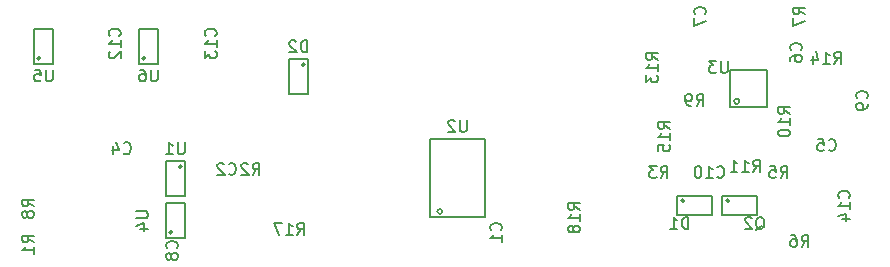
<source format=gbo>
G04 #@! TF.FileFunction,Legend,Bot*
%FSLAX46Y46*%
G04 Gerber Fmt 4.6, Leading zero omitted, Abs format (unit mm)*
G04 Created by KiCad (PCBNEW (after 2015-mar-04 BZR unknown)-product) date Wed 25 Mar 2015 12:28:00 AM CDT*
%MOMM*%
G01*
G04 APERTURE LIST*
%ADD10C,0.150000*%
G04 APERTURE END LIST*
D10*
X170937421Y-163306000D02*
G75*
G03X170937421Y-163306000I-141421J0D01*
G01*
X170396000Y-160806000D02*
X171996000Y-160806000D01*
X171996000Y-160806000D02*
X171996000Y-163806000D01*
X171996000Y-163806000D02*
X170396000Y-163806000D01*
X170396000Y-163806000D02*
X170396000Y-160806000D01*
X162047421Y-163306000D02*
G75*
G03X162047421Y-163306000I-141421J0D01*
G01*
X161506000Y-160806000D02*
X163106000Y-160806000D01*
X163106000Y-160806000D02*
X163106000Y-163806000D01*
X163106000Y-163806000D02*
X161506000Y-163806000D01*
X161506000Y-163806000D02*
X161506000Y-160806000D01*
X173223421Y-178038000D02*
G75*
G03X173223421Y-178038000I-141421J0D01*
G01*
X172682000Y-175538000D02*
X174282000Y-175538000D01*
X174282000Y-175538000D02*
X174282000Y-178538000D01*
X174282000Y-178538000D02*
X172682000Y-178538000D01*
X172682000Y-178538000D02*
X172682000Y-175538000D01*
X221219607Y-166962000D02*
G75*
G03X221219607Y-166962000I-223607J0D01*
G01*
X223596000Y-167462000D02*
X223596000Y-164262000D01*
X223596000Y-164262000D02*
X220396000Y-164262000D01*
X220396000Y-164262000D02*
X220396000Y-167462000D01*
X220396000Y-167462000D02*
X223596000Y-167462000D01*
X196058000Y-176282000D02*
G75*
G03X196058000Y-176282000I-200000J0D01*
G01*
X199658000Y-176782000D02*
X199658000Y-170182000D01*
X199658000Y-170182000D02*
X195058000Y-170182000D01*
X195058000Y-170182000D02*
X195058000Y-176782000D01*
X195058000Y-176782000D02*
X199658000Y-176782000D01*
X174023421Y-172482000D02*
G75*
G03X174023421Y-172482000I-141421J0D01*
G01*
X174282000Y-174982000D02*
X172682000Y-174982000D01*
X172682000Y-174982000D02*
X172682000Y-171982000D01*
X172682000Y-171982000D02*
X174282000Y-171982000D01*
X174282000Y-171982000D02*
X174282000Y-174982000D01*
X220375421Y-175368000D02*
G75*
G03X220375421Y-175368000I-141421J0D01*
G01*
X222734000Y-174968000D02*
X222734000Y-176568000D01*
X222734000Y-176568000D02*
X219734000Y-176568000D01*
X219734000Y-176568000D02*
X219734000Y-174968000D01*
X219734000Y-174968000D02*
X222734000Y-174968000D01*
X184437421Y-163846000D02*
G75*
G03X184437421Y-163846000I-141421J0D01*
G01*
X184696000Y-166346000D02*
X183096000Y-166346000D01*
X183096000Y-166346000D02*
X183096000Y-163346000D01*
X183096000Y-163346000D02*
X184696000Y-163346000D01*
X184696000Y-163346000D02*
X184696000Y-166346000D01*
X216565421Y-175368000D02*
G75*
G03X216565421Y-175368000I-141421J0D01*
G01*
X218924000Y-174968000D02*
X218924000Y-176568000D01*
X218924000Y-176568000D02*
X215924000Y-176568000D01*
X215924000Y-176568000D02*
X215924000Y-174968000D01*
X215924000Y-174968000D02*
X218924000Y-174968000D01*
X230481143Y-175125143D02*
X230528762Y-175077524D01*
X230576381Y-174934667D01*
X230576381Y-174839429D01*
X230528762Y-174696571D01*
X230433524Y-174601333D01*
X230338286Y-174553714D01*
X230147810Y-174506095D01*
X230004952Y-174506095D01*
X229814476Y-174553714D01*
X229719238Y-174601333D01*
X229624000Y-174696571D01*
X229576381Y-174839429D01*
X229576381Y-174934667D01*
X229624000Y-175077524D01*
X229671619Y-175125143D01*
X230576381Y-176077524D02*
X230576381Y-175506095D01*
X230576381Y-175791809D02*
X229576381Y-175791809D01*
X229719238Y-175696571D01*
X229814476Y-175601333D01*
X229862095Y-175506095D01*
X229909714Y-176934667D02*
X230576381Y-176934667D01*
X229528762Y-176696571D02*
X230243048Y-176458476D01*
X230243048Y-177077524D01*
X171957905Y-164258381D02*
X171957905Y-165067905D01*
X171910286Y-165163143D01*
X171862667Y-165210762D01*
X171767429Y-165258381D01*
X171576952Y-165258381D01*
X171481714Y-165210762D01*
X171434095Y-165163143D01*
X171386476Y-165067905D01*
X171386476Y-164258381D01*
X170481714Y-164258381D02*
X170672191Y-164258381D01*
X170767429Y-164306000D01*
X170815048Y-164353619D01*
X170910286Y-164496476D01*
X170957905Y-164686952D01*
X170957905Y-165067905D01*
X170910286Y-165163143D01*
X170862667Y-165210762D01*
X170767429Y-165258381D01*
X170576952Y-165258381D01*
X170481714Y-165210762D01*
X170434095Y-165163143D01*
X170386476Y-165067905D01*
X170386476Y-164829810D01*
X170434095Y-164734571D01*
X170481714Y-164686952D01*
X170576952Y-164639333D01*
X170767429Y-164639333D01*
X170862667Y-164686952D01*
X170910286Y-164734571D01*
X170957905Y-164829810D01*
X163067905Y-164258381D02*
X163067905Y-165067905D01*
X163020286Y-165163143D01*
X162972667Y-165210762D01*
X162877429Y-165258381D01*
X162686952Y-165258381D01*
X162591714Y-165210762D01*
X162544095Y-165163143D01*
X162496476Y-165067905D01*
X162496476Y-164258381D01*
X161544095Y-164258381D02*
X162020286Y-164258381D01*
X162067905Y-164734571D01*
X162020286Y-164686952D01*
X161925048Y-164639333D01*
X161686952Y-164639333D01*
X161591714Y-164686952D01*
X161544095Y-164734571D01*
X161496476Y-164829810D01*
X161496476Y-165067905D01*
X161544095Y-165163143D01*
X161591714Y-165210762D01*
X161686952Y-165258381D01*
X161925048Y-165258381D01*
X162020286Y-165210762D01*
X162067905Y-165163143D01*
X170140381Y-176276095D02*
X170949905Y-176276095D01*
X171045143Y-176323714D01*
X171092762Y-176371333D01*
X171140381Y-176466571D01*
X171140381Y-176657048D01*
X171092762Y-176752286D01*
X171045143Y-176799905D01*
X170949905Y-176847524D01*
X170140381Y-176847524D01*
X170473714Y-177752286D02*
X171140381Y-177752286D01*
X170092762Y-177514190D02*
X170807048Y-177276095D01*
X170807048Y-177895143D01*
X220217905Y-163536381D02*
X220217905Y-164345905D01*
X220170286Y-164441143D01*
X220122667Y-164488762D01*
X220027429Y-164536381D01*
X219836952Y-164536381D01*
X219741714Y-164488762D01*
X219694095Y-164441143D01*
X219646476Y-164345905D01*
X219646476Y-163536381D01*
X219265524Y-163536381D02*
X218646476Y-163536381D01*
X218979810Y-163917333D01*
X218836952Y-163917333D01*
X218741714Y-163964952D01*
X218694095Y-164012571D01*
X218646476Y-164107810D01*
X218646476Y-164345905D01*
X218694095Y-164441143D01*
X218741714Y-164488762D01*
X218836952Y-164536381D01*
X219122667Y-164536381D01*
X219217905Y-164488762D01*
X219265524Y-164441143D01*
X198119905Y-168534381D02*
X198119905Y-169343905D01*
X198072286Y-169439143D01*
X198024667Y-169486762D01*
X197929429Y-169534381D01*
X197738952Y-169534381D01*
X197643714Y-169486762D01*
X197596095Y-169439143D01*
X197548476Y-169343905D01*
X197548476Y-168534381D01*
X197119905Y-168629619D02*
X197072286Y-168582000D01*
X196977048Y-168534381D01*
X196738952Y-168534381D01*
X196643714Y-168582000D01*
X196596095Y-168629619D01*
X196548476Y-168724857D01*
X196548476Y-168820095D01*
X196596095Y-168962952D01*
X197167524Y-169534381D01*
X196548476Y-169534381D01*
X174243905Y-170434381D02*
X174243905Y-171243905D01*
X174196286Y-171339143D01*
X174148667Y-171386762D01*
X174053429Y-171434381D01*
X173862952Y-171434381D01*
X173767714Y-171386762D01*
X173720095Y-171339143D01*
X173672476Y-171243905D01*
X173672476Y-170434381D01*
X172672476Y-171434381D02*
X173243905Y-171434381D01*
X172958191Y-171434381D02*
X172958191Y-170434381D01*
X173053429Y-170577238D01*
X173148667Y-170672476D01*
X173243905Y-170720095D01*
X207716381Y-176141143D02*
X207240190Y-175807809D01*
X207716381Y-175569714D02*
X206716381Y-175569714D01*
X206716381Y-175950667D01*
X206764000Y-176045905D01*
X206811619Y-176093524D01*
X206906857Y-176141143D01*
X207049714Y-176141143D01*
X207144952Y-176093524D01*
X207192571Y-176045905D01*
X207240190Y-175950667D01*
X207240190Y-175569714D01*
X207716381Y-177093524D02*
X207716381Y-176522095D01*
X207716381Y-176807809D02*
X206716381Y-176807809D01*
X206859238Y-176712571D01*
X206954476Y-176617333D01*
X207002095Y-176522095D01*
X207144952Y-177664952D02*
X207097333Y-177569714D01*
X207049714Y-177522095D01*
X206954476Y-177474476D01*
X206906857Y-177474476D01*
X206811619Y-177522095D01*
X206764000Y-177569714D01*
X206716381Y-177664952D01*
X206716381Y-177855429D01*
X206764000Y-177950667D01*
X206811619Y-177998286D01*
X206906857Y-178045905D01*
X206954476Y-178045905D01*
X207049714Y-177998286D01*
X207097333Y-177950667D01*
X207144952Y-177855429D01*
X207144952Y-177664952D01*
X207192571Y-177569714D01*
X207240190Y-177522095D01*
X207335429Y-177474476D01*
X207525905Y-177474476D01*
X207621143Y-177522095D01*
X207668762Y-177569714D01*
X207716381Y-177664952D01*
X207716381Y-177855429D01*
X207668762Y-177950667D01*
X207621143Y-177998286D01*
X207525905Y-178045905D01*
X207335429Y-178045905D01*
X207240190Y-177998286D01*
X207192571Y-177950667D01*
X207144952Y-177855429D01*
X183776857Y-178252381D02*
X184110191Y-177776190D01*
X184348286Y-178252381D02*
X184348286Y-177252381D01*
X183967333Y-177252381D01*
X183872095Y-177300000D01*
X183824476Y-177347619D01*
X183776857Y-177442857D01*
X183776857Y-177585714D01*
X183824476Y-177680952D01*
X183872095Y-177728571D01*
X183967333Y-177776190D01*
X184348286Y-177776190D01*
X182824476Y-178252381D02*
X183395905Y-178252381D01*
X183110191Y-178252381D02*
X183110191Y-177252381D01*
X183205429Y-177395238D01*
X183300667Y-177490476D01*
X183395905Y-177538095D01*
X182491143Y-177252381D02*
X181824476Y-177252381D01*
X182253048Y-178252381D01*
X215336381Y-169283143D02*
X214860190Y-168949809D01*
X215336381Y-168711714D02*
X214336381Y-168711714D01*
X214336381Y-169092667D01*
X214384000Y-169187905D01*
X214431619Y-169235524D01*
X214526857Y-169283143D01*
X214669714Y-169283143D01*
X214764952Y-169235524D01*
X214812571Y-169187905D01*
X214860190Y-169092667D01*
X214860190Y-168711714D01*
X215336381Y-170235524D02*
X215336381Y-169664095D01*
X215336381Y-169949809D02*
X214336381Y-169949809D01*
X214479238Y-169854571D01*
X214574476Y-169759333D01*
X214622095Y-169664095D01*
X214336381Y-171140286D02*
X214336381Y-170664095D01*
X214812571Y-170616476D01*
X214764952Y-170664095D01*
X214717333Y-170759333D01*
X214717333Y-170997429D01*
X214764952Y-171092667D01*
X214812571Y-171140286D01*
X214907810Y-171187905D01*
X215145905Y-171187905D01*
X215241143Y-171140286D01*
X215288762Y-171092667D01*
X215336381Y-170997429D01*
X215336381Y-170759333D01*
X215288762Y-170664095D01*
X215241143Y-170616476D01*
X229242857Y-163774381D02*
X229576191Y-163298190D01*
X229814286Y-163774381D02*
X229814286Y-162774381D01*
X229433333Y-162774381D01*
X229338095Y-162822000D01*
X229290476Y-162869619D01*
X229242857Y-162964857D01*
X229242857Y-163107714D01*
X229290476Y-163202952D01*
X229338095Y-163250571D01*
X229433333Y-163298190D01*
X229814286Y-163298190D01*
X228290476Y-163774381D02*
X228861905Y-163774381D01*
X228576191Y-163774381D02*
X228576191Y-162774381D01*
X228671429Y-162917238D01*
X228766667Y-163012476D01*
X228861905Y-163060095D01*
X227433333Y-163107714D02*
X227433333Y-163774381D01*
X227671429Y-162726762D02*
X227909524Y-163441048D01*
X227290476Y-163441048D01*
X214320381Y-163441143D02*
X213844190Y-163107809D01*
X214320381Y-162869714D02*
X213320381Y-162869714D01*
X213320381Y-163250667D01*
X213368000Y-163345905D01*
X213415619Y-163393524D01*
X213510857Y-163441143D01*
X213653714Y-163441143D01*
X213748952Y-163393524D01*
X213796571Y-163345905D01*
X213844190Y-163250667D01*
X213844190Y-162869714D01*
X214320381Y-164393524D02*
X214320381Y-163822095D01*
X214320381Y-164107809D02*
X213320381Y-164107809D01*
X213463238Y-164012571D01*
X213558476Y-163917333D01*
X213606095Y-163822095D01*
X213320381Y-164726857D02*
X213320381Y-165345905D01*
X213701333Y-165012571D01*
X213701333Y-165155429D01*
X213748952Y-165250667D01*
X213796571Y-165298286D01*
X213891810Y-165345905D01*
X214129905Y-165345905D01*
X214225143Y-165298286D01*
X214272762Y-165250667D01*
X214320381Y-165155429D01*
X214320381Y-164869714D01*
X214272762Y-164774476D01*
X214225143Y-164726857D01*
X222384857Y-172918381D02*
X222718191Y-172442190D01*
X222956286Y-172918381D02*
X222956286Y-171918381D01*
X222575333Y-171918381D01*
X222480095Y-171966000D01*
X222432476Y-172013619D01*
X222384857Y-172108857D01*
X222384857Y-172251714D01*
X222432476Y-172346952D01*
X222480095Y-172394571D01*
X222575333Y-172442190D01*
X222956286Y-172442190D01*
X221432476Y-172918381D02*
X222003905Y-172918381D01*
X221718191Y-172918381D02*
X221718191Y-171918381D01*
X221813429Y-172061238D01*
X221908667Y-172156476D01*
X222003905Y-172204095D01*
X220480095Y-172918381D02*
X221051524Y-172918381D01*
X220765810Y-172918381D02*
X220765810Y-171918381D01*
X220861048Y-172061238D01*
X220956286Y-172156476D01*
X221051524Y-172204095D01*
X225496381Y-168013143D02*
X225020190Y-167679809D01*
X225496381Y-167441714D02*
X224496381Y-167441714D01*
X224496381Y-167822667D01*
X224544000Y-167917905D01*
X224591619Y-167965524D01*
X224686857Y-168013143D01*
X224829714Y-168013143D01*
X224924952Y-167965524D01*
X224972571Y-167917905D01*
X225020190Y-167822667D01*
X225020190Y-167441714D01*
X225496381Y-168965524D02*
X225496381Y-168394095D01*
X225496381Y-168679809D02*
X224496381Y-168679809D01*
X224639238Y-168584571D01*
X224734476Y-168489333D01*
X224782095Y-168394095D01*
X224496381Y-169584571D02*
X224496381Y-169679810D01*
X224544000Y-169775048D01*
X224591619Y-169822667D01*
X224686857Y-169870286D01*
X224877333Y-169917905D01*
X225115429Y-169917905D01*
X225305905Y-169870286D01*
X225401143Y-169822667D01*
X225448762Y-169775048D01*
X225496381Y-169679810D01*
X225496381Y-169584571D01*
X225448762Y-169489333D01*
X225401143Y-169441714D01*
X225305905Y-169394095D01*
X225115429Y-169346476D01*
X224877333Y-169346476D01*
X224686857Y-169394095D01*
X224591619Y-169441714D01*
X224544000Y-169489333D01*
X224496381Y-169584571D01*
X217590666Y-167330381D02*
X217924000Y-166854190D01*
X218162095Y-167330381D02*
X218162095Y-166330381D01*
X217781142Y-166330381D01*
X217685904Y-166378000D01*
X217638285Y-166425619D01*
X217590666Y-166520857D01*
X217590666Y-166663714D01*
X217638285Y-166758952D01*
X217685904Y-166806571D01*
X217781142Y-166854190D01*
X218162095Y-166854190D01*
X217114476Y-167330381D02*
X216924000Y-167330381D01*
X216828761Y-167282762D01*
X216781142Y-167235143D01*
X216685904Y-167092286D01*
X216638285Y-166901810D01*
X216638285Y-166520857D01*
X216685904Y-166425619D01*
X216733523Y-166378000D01*
X216828761Y-166330381D01*
X217019238Y-166330381D01*
X217114476Y-166378000D01*
X217162095Y-166425619D01*
X217209714Y-166520857D01*
X217209714Y-166758952D01*
X217162095Y-166854190D01*
X217114476Y-166901810D01*
X217019238Y-166949429D01*
X216828761Y-166949429D01*
X216733523Y-166901810D01*
X216685904Y-166854190D01*
X216638285Y-166758952D01*
X161488381Y-175855334D02*
X161012190Y-175522000D01*
X161488381Y-175283905D02*
X160488381Y-175283905D01*
X160488381Y-175664858D01*
X160536000Y-175760096D01*
X160583619Y-175807715D01*
X160678857Y-175855334D01*
X160821714Y-175855334D01*
X160916952Y-175807715D01*
X160964571Y-175760096D01*
X161012190Y-175664858D01*
X161012190Y-175283905D01*
X160916952Y-176426762D02*
X160869333Y-176331524D01*
X160821714Y-176283905D01*
X160726476Y-176236286D01*
X160678857Y-176236286D01*
X160583619Y-176283905D01*
X160536000Y-176331524D01*
X160488381Y-176426762D01*
X160488381Y-176617239D01*
X160536000Y-176712477D01*
X160583619Y-176760096D01*
X160678857Y-176807715D01*
X160726476Y-176807715D01*
X160821714Y-176760096D01*
X160869333Y-176712477D01*
X160916952Y-176617239D01*
X160916952Y-176426762D01*
X160964571Y-176331524D01*
X161012190Y-176283905D01*
X161107429Y-176236286D01*
X161297905Y-176236286D01*
X161393143Y-176283905D01*
X161440762Y-176331524D01*
X161488381Y-176426762D01*
X161488381Y-176617239D01*
X161440762Y-176712477D01*
X161393143Y-176760096D01*
X161297905Y-176807715D01*
X161107429Y-176807715D01*
X161012190Y-176760096D01*
X160964571Y-176712477D01*
X160916952Y-176617239D01*
X226766381Y-159599334D02*
X226290190Y-159266000D01*
X226766381Y-159027905D02*
X225766381Y-159027905D01*
X225766381Y-159408858D01*
X225814000Y-159504096D01*
X225861619Y-159551715D01*
X225956857Y-159599334D01*
X226099714Y-159599334D01*
X226194952Y-159551715D01*
X226242571Y-159504096D01*
X226290190Y-159408858D01*
X226290190Y-159027905D01*
X225766381Y-159932667D02*
X225766381Y-160599334D01*
X226766381Y-160170762D01*
X226480666Y-179268381D02*
X226814000Y-178792190D01*
X227052095Y-179268381D02*
X227052095Y-178268381D01*
X226671142Y-178268381D01*
X226575904Y-178316000D01*
X226528285Y-178363619D01*
X226480666Y-178458857D01*
X226480666Y-178601714D01*
X226528285Y-178696952D01*
X226575904Y-178744571D01*
X226671142Y-178792190D01*
X227052095Y-178792190D01*
X225623523Y-178268381D02*
X225814000Y-178268381D01*
X225909238Y-178316000D01*
X225956857Y-178363619D01*
X226052095Y-178506476D01*
X226099714Y-178696952D01*
X226099714Y-179077905D01*
X226052095Y-179173143D01*
X226004476Y-179220762D01*
X225909238Y-179268381D01*
X225718761Y-179268381D01*
X225623523Y-179220762D01*
X225575904Y-179173143D01*
X225528285Y-179077905D01*
X225528285Y-178839810D01*
X225575904Y-178744571D01*
X225623523Y-178696952D01*
X225718761Y-178649333D01*
X225909238Y-178649333D01*
X226004476Y-178696952D01*
X226052095Y-178744571D01*
X226099714Y-178839810D01*
X224702666Y-173426381D02*
X225036000Y-172950190D01*
X225274095Y-173426381D02*
X225274095Y-172426381D01*
X224893142Y-172426381D01*
X224797904Y-172474000D01*
X224750285Y-172521619D01*
X224702666Y-172616857D01*
X224702666Y-172759714D01*
X224750285Y-172854952D01*
X224797904Y-172902571D01*
X224893142Y-172950190D01*
X225274095Y-172950190D01*
X223797904Y-172426381D02*
X224274095Y-172426381D01*
X224321714Y-172902571D01*
X224274095Y-172854952D01*
X224178857Y-172807333D01*
X223940761Y-172807333D01*
X223845523Y-172854952D01*
X223797904Y-172902571D01*
X223750285Y-172997810D01*
X223750285Y-173235905D01*
X223797904Y-173331143D01*
X223845523Y-173378762D01*
X223940761Y-173426381D01*
X224178857Y-173426381D01*
X224274095Y-173378762D01*
X224321714Y-173331143D01*
X214542666Y-173426381D02*
X214876000Y-172950190D01*
X215114095Y-173426381D02*
X215114095Y-172426381D01*
X214733142Y-172426381D01*
X214637904Y-172474000D01*
X214590285Y-172521619D01*
X214542666Y-172616857D01*
X214542666Y-172759714D01*
X214590285Y-172854952D01*
X214637904Y-172902571D01*
X214733142Y-172950190D01*
X215114095Y-172950190D01*
X214209333Y-172426381D02*
X213590285Y-172426381D01*
X213923619Y-172807333D01*
X213780761Y-172807333D01*
X213685523Y-172854952D01*
X213637904Y-172902571D01*
X213590285Y-172997810D01*
X213590285Y-173235905D01*
X213637904Y-173331143D01*
X213685523Y-173378762D01*
X213780761Y-173426381D01*
X214066476Y-173426381D01*
X214161714Y-173378762D01*
X214209333Y-173331143D01*
X179998666Y-173172381D02*
X180332000Y-172696190D01*
X180570095Y-173172381D02*
X180570095Y-172172381D01*
X180189142Y-172172381D01*
X180093904Y-172220000D01*
X180046285Y-172267619D01*
X179998666Y-172362857D01*
X179998666Y-172505714D01*
X180046285Y-172600952D01*
X180093904Y-172648571D01*
X180189142Y-172696190D01*
X180570095Y-172696190D01*
X179617714Y-172267619D02*
X179570095Y-172220000D01*
X179474857Y-172172381D01*
X179236761Y-172172381D01*
X179141523Y-172220000D01*
X179093904Y-172267619D01*
X179046285Y-172362857D01*
X179046285Y-172458095D01*
X179093904Y-172600952D01*
X179665333Y-173172381D01*
X179046285Y-173172381D01*
X161488381Y-178903334D02*
X161012190Y-178570000D01*
X161488381Y-178331905D02*
X160488381Y-178331905D01*
X160488381Y-178712858D01*
X160536000Y-178808096D01*
X160583619Y-178855715D01*
X160678857Y-178903334D01*
X160821714Y-178903334D01*
X160916952Y-178855715D01*
X160964571Y-178808096D01*
X161012190Y-178712858D01*
X161012190Y-178331905D01*
X161488381Y-179855715D02*
X161488381Y-179284286D01*
X161488381Y-179570000D02*
X160488381Y-179570000D01*
X160631238Y-179474762D01*
X160726476Y-179379524D01*
X160774095Y-179284286D01*
X222599238Y-177839619D02*
X222694476Y-177792000D01*
X222789714Y-177696762D01*
X222932571Y-177553905D01*
X223027810Y-177506286D01*
X223123048Y-177506286D01*
X223075429Y-177744381D02*
X223170667Y-177696762D01*
X223265905Y-177601524D01*
X223313524Y-177411048D01*
X223313524Y-177077714D01*
X223265905Y-176887238D01*
X223170667Y-176792000D01*
X223075429Y-176744381D01*
X222884952Y-176744381D01*
X222789714Y-176792000D01*
X222694476Y-176887238D01*
X222646857Y-177077714D01*
X222646857Y-177411048D01*
X222694476Y-177601524D01*
X222789714Y-177696762D01*
X222884952Y-177744381D01*
X223075429Y-177744381D01*
X222265905Y-176839619D02*
X222218286Y-176792000D01*
X222123048Y-176744381D01*
X221884952Y-176744381D01*
X221789714Y-176792000D01*
X221742095Y-176839619D01*
X221694476Y-176934857D01*
X221694476Y-177030095D01*
X221742095Y-177172952D01*
X222313524Y-177744381D01*
X221694476Y-177744381D01*
X184634095Y-162798381D02*
X184634095Y-161798381D01*
X184396000Y-161798381D01*
X184253142Y-161846000D01*
X184157904Y-161941238D01*
X184110285Y-162036476D01*
X184062666Y-162226952D01*
X184062666Y-162369810D01*
X184110285Y-162560286D01*
X184157904Y-162655524D01*
X184253142Y-162750762D01*
X184396000Y-162798381D01*
X184634095Y-162798381D01*
X183681714Y-161893619D02*
X183634095Y-161846000D01*
X183538857Y-161798381D01*
X183300761Y-161798381D01*
X183205523Y-161846000D01*
X183157904Y-161893619D01*
X183110285Y-161988857D01*
X183110285Y-162084095D01*
X183157904Y-162226952D01*
X183729333Y-162798381D01*
X183110285Y-162798381D01*
X216892095Y-177744381D02*
X216892095Y-176744381D01*
X216654000Y-176744381D01*
X216511142Y-176792000D01*
X216415904Y-176887238D01*
X216368285Y-176982476D01*
X216320666Y-177172952D01*
X216320666Y-177315810D01*
X216368285Y-177506286D01*
X216415904Y-177601524D01*
X216511142Y-177696762D01*
X216654000Y-177744381D01*
X216892095Y-177744381D01*
X215368285Y-177744381D02*
X215939714Y-177744381D01*
X215654000Y-177744381D02*
X215654000Y-176744381D01*
X215749238Y-176887238D01*
X215844476Y-176982476D01*
X215939714Y-177030095D01*
X176863143Y-161409143D02*
X176910762Y-161361524D01*
X176958381Y-161218667D01*
X176958381Y-161123429D01*
X176910762Y-160980571D01*
X176815524Y-160885333D01*
X176720286Y-160837714D01*
X176529810Y-160790095D01*
X176386952Y-160790095D01*
X176196476Y-160837714D01*
X176101238Y-160885333D01*
X176006000Y-160980571D01*
X175958381Y-161123429D01*
X175958381Y-161218667D01*
X176006000Y-161361524D01*
X176053619Y-161409143D01*
X176958381Y-162361524D02*
X176958381Y-161790095D01*
X176958381Y-162075809D02*
X175958381Y-162075809D01*
X176101238Y-161980571D01*
X176196476Y-161885333D01*
X176244095Y-161790095D01*
X175958381Y-162694857D02*
X175958381Y-163313905D01*
X176339333Y-162980571D01*
X176339333Y-163123429D01*
X176386952Y-163218667D01*
X176434571Y-163266286D01*
X176529810Y-163313905D01*
X176767905Y-163313905D01*
X176863143Y-163266286D01*
X176910762Y-163218667D01*
X176958381Y-163123429D01*
X176958381Y-162837714D01*
X176910762Y-162742476D01*
X176863143Y-162694857D01*
X168735143Y-161409143D02*
X168782762Y-161361524D01*
X168830381Y-161218667D01*
X168830381Y-161123429D01*
X168782762Y-160980571D01*
X168687524Y-160885333D01*
X168592286Y-160837714D01*
X168401810Y-160790095D01*
X168258952Y-160790095D01*
X168068476Y-160837714D01*
X167973238Y-160885333D01*
X167878000Y-160980571D01*
X167830381Y-161123429D01*
X167830381Y-161218667D01*
X167878000Y-161361524D01*
X167925619Y-161409143D01*
X168830381Y-162361524D02*
X168830381Y-161790095D01*
X168830381Y-162075809D02*
X167830381Y-162075809D01*
X167973238Y-161980571D01*
X168068476Y-161885333D01*
X168116095Y-161790095D01*
X167925619Y-162742476D02*
X167878000Y-162790095D01*
X167830381Y-162885333D01*
X167830381Y-163123429D01*
X167878000Y-163218667D01*
X167925619Y-163266286D01*
X168020857Y-163313905D01*
X168116095Y-163313905D01*
X168258952Y-163266286D01*
X168830381Y-162694857D01*
X168830381Y-163313905D01*
X219336857Y-173331143D02*
X219384476Y-173378762D01*
X219527333Y-173426381D01*
X219622571Y-173426381D01*
X219765429Y-173378762D01*
X219860667Y-173283524D01*
X219908286Y-173188286D01*
X219955905Y-172997810D01*
X219955905Y-172854952D01*
X219908286Y-172664476D01*
X219860667Y-172569238D01*
X219765429Y-172474000D01*
X219622571Y-172426381D01*
X219527333Y-172426381D01*
X219384476Y-172474000D01*
X219336857Y-172521619D01*
X218384476Y-173426381D02*
X218955905Y-173426381D01*
X218670191Y-173426381D02*
X218670191Y-172426381D01*
X218765429Y-172569238D01*
X218860667Y-172664476D01*
X218955905Y-172712095D01*
X217765429Y-172426381D02*
X217670190Y-172426381D01*
X217574952Y-172474000D01*
X217527333Y-172521619D01*
X217479714Y-172616857D01*
X217432095Y-172807333D01*
X217432095Y-173045429D01*
X217479714Y-173235905D01*
X217527333Y-173331143D01*
X217574952Y-173378762D01*
X217670190Y-173426381D01*
X217765429Y-173426381D01*
X217860667Y-173378762D01*
X217908286Y-173331143D01*
X217955905Y-173235905D01*
X218003524Y-173045429D01*
X218003524Y-172807333D01*
X217955905Y-172616857D01*
X217908286Y-172521619D01*
X217860667Y-172474000D01*
X217765429Y-172426381D01*
X232005143Y-166711334D02*
X232052762Y-166663715D01*
X232100381Y-166520858D01*
X232100381Y-166425620D01*
X232052762Y-166282762D01*
X231957524Y-166187524D01*
X231862286Y-166139905D01*
X231671810Y-166092286D01*
X231528952Y-166092286D01*
X231338476Y-166139905D01*
X231243238Y-166187524D01*
X231148000Y-166282762D01*
X231100381Y-166425620D01*
X231100381Y-166520858D01*
X231148000Y-166663715D01*
X231195619Y-166711334D01*
X232100381Y-167187524D02*
X232100381Y-167378000D01*
X232052762Y-167473239D01*
X232005143Y-167520858D01*
X231862286Y-167616096D01*
X231671810Y-167663715D01*
X231290857Y-167663715D01*
X231195619Y-167616096D01*
X231148000Y-167568477D01*
X231100381Y-167473239D01*
X231100381Y-167282762D01*
X231148000Y-167187524D01*
X231195619Y-167139905D01*
X231290857Y-167092286D01*
X231528952Y-167092286D01*
X231624190Y-167139905D01*
X231671810Y-167187524D01*
X231719429Y-167282762D01*
X231719429Y-167473239D01*
X231671810Y-167568477D01*
X231624190Y-167616096D01*
X231528952Y-167663715D01*
X173585143Y-179411334D02*
X173632762Y-179363715D01*
X173680381Y-179220858D01*
X173680381Y-179125620D01*
X173632762Y-178982762D01*
X173537524Y-178887524D01*
X173442286Y-178839905D01*
X173251810Y-178792286D01*
X173108952Y-178792286D01*
X172918476Y-178839905D01*
X172823238Y-178887524D01*
X172728000Y-178982762D01*
X172680381Y-179125620D01*
X172680381Y-179220858D01*
X172728000Y-179363715D01*
X172775619Y-179411334D01*
X173108952Y-179982762D02*
X173061333Y-179887524D01*
X173013714Y-179839905D01*
X172918476Y-179792286D01*
X172870857Y-179792286D01*
X172775619Y-179839905D01*
X172728000Y-179887524D01*
X172680381Y-179982762D01*
X172680381Y-180173239D01*
X172728000Y-180268477D01*
X172775619Y-180316096D01*
X172870857Y-180363715D01*
X172918476Y-180363715D01*
X173013714Y-180316096D01*
X173061333Y-180268477D01*
X173108952Y-180173239D01*
X173108952Y-179982762D01*
X173156571Y-179887524D01*
X173204190Y-179839905D01*
X173299429Y-179792286D01*
X173489905Y-179792286D01*
X173585143Y-179839905D01*
X173632762Y-179887524D01*
X173680381Y-179982762D01*
X173680381Y-180173239D01*
X173632762Y-180268477D01*
X173585143Y-180316096D01*
X173489905Y-180363715D01*
X173299429Y-180363715D01*
X173204190Y-180316096D01*
X173156571Y-180268477D01*
X173108952Y-180173239D01*
X218289143Y-159599334D02*
X218336762Y-159551715D01*
X218384381Y-159408858D01*
X218384381Y-159313620D01*
X218336762Y-159170762D01*
X218241524Y-159075524D01*
X218146286Y-159027905D01*
X217955810Y-158980286D01*
X217812952Y-158980286D01*
X217622476Y-159027905D01*
X217527238Y-159075524D01*
X217432000Y-159170762D01*
X217384381Y-159313620D01*
X217384381Y-159408858D01*
X217432000Y-159551715D01*
X217479619Y-159599334D01*
X217384381Y-159932667D02*
X217384381Y-160599334D01*
X218384381Y-160170762D01*
X226417143Y-162647334D02*
X226464762Y-162599715D01*
X226512381Y-162456858D01*
X226512381Y-162361620D01*
X226464762Y-162218762D01*
X226369524Y-162123524D01*
X226274286Y-162075905D01*
X226083810Y-162028286D01*
X225940952Y-162028286D01*
X225750476Y-162075905D01*
X225655238Y-162123524D01*
X225560000Y-162218762D01*
X225512381Y-162361620D01*
X225512381Y-162456858D01*
X225560000Y-162599715D01*
X225607619Y-162647334D01*
X225512381Y-163504477D02*
X225512381Y-163314000D01*
X225560000Y-163218762D01*
X225607619Y-163171143D01*
X225750476Y-163075905D01*
X225940952Y-163028286D01*
X226321905Y-163028286D01*
X226417143Y-163075905D01*
X226464762Y-163123524D01*
X226512381Y-163218762D01*
X226512381Y-163409239D01*
X226464762Y-163504477D01*
X226417143Y-163552096D01*
X226321905Y-163599715D01*
X226083810Y-163599715D01*
X225988571Y-163552096D01*
X225940952Y-163504477D01*
X225893333Y-163409239D01*
X225893333Y-163218762D01*
X225940952Y-163123524D01*
X225988571Y-163075905D01*
X226083810Y-163028286D01*
X228766666Y-171045143D02*
X228814285Y-171092762D01*
X228957142Y-171140381D01*
X229052380Y-171140381D01*
X229195238Y-171092762D01*
X229290476Y-170997524D01*
X229338095Y-170902286D01*
X229385714Y-170711810D01*
X229385714Y-170568952D01*
X229338095Y-170378476D01*
X229290476Y-170283238D01*
X229195238Y-170188000D01*
X229052380Y-170140381D01*
X228957142Y-170140381D01*
X228814285Y-170188000D01*
X228766666Y-170235619D01*
X227861904Y-170140381D02*
X228338095Y-170140381D01*
X228385714Y-170616571D01*
X228338095Y-170568952D01*
X228242857Y-170521333D01*
X228004761Y-170521333D01*
X227909523Y-170568952D01*
X227861904Y-170616571D01*
X227814285Y-170711810D01*
X227814285Y-170949905D01*
X227861904Y-171045143D01*
X227909523Y-171092762D01*
X228004761Y-171140381D01*
X228242857Y-171140381D01*
X228338095Y-171092762D01*
X228385714Y-171045143D01*
X169076666Y-171323143D02*
X169124285Y-171370762D01*
X169267142Y-171418381D01*
X169362380Y-171418381D01*
X169505238Y-171370762D01*
X169600476Y-171275524D01*
X169648095Y-171180286D01*
X169695714Y-170989810D01*
X169695714Y-170846952D01*
X169648095Y-170656476D01*
X169600476Y-170561238D01*
X169505238Y-170466000D01*
X169362380Y-170418381D01*
X169267142Y-170418381D01*
X169124285Y-170466000D01*
X169076666Y-170513619D01*
X168219523Y-170751714D02*
X168219523Y-171418381D01*
X168457619Y-170370762D02*
X168695714Y-171085048D01*
X168076666Y-171085048D01*
X177966666Y-173077143D02*
X178014285Y-173124762D01*
X178157142Y-173172381D01*
X178252380Y-173172381D01*
X178395238Y-173124762D01*
X178490476Y-173029524D01*
X178538095Y-172934286D01*
X178585714Y-172743810D01*
X178585714Y-172600952D01*
X178538095Y-172410476D01*
X178490476Y-172315238D01*
X178395238Y-172220000D01*
X178252380Y-172172381D01*
X178157142Y-172172381D01*
X178014285Y-172220000D01*
X177966666Y-172267619D01*
X177585714Y-172267619D02*
X177538095Y-172220000D01*
X177442857Y-172172381D01*
X177204761Y-172172381D01*
X177109523Y-172220000D01*
X177061904Y-172267619D01*
X177014285Y-172362857D01*
X177014285Y-172458095D01*
X177061904Y-172600952D01*
X177633333Y-173172381D01*
X177014285Y-173172381D01*
X201017143Y-177887334D02*
X201064762Y-177839715D01*
X201112381Y-177696858D01*
X201112381Y-177601620D01*
X201064762Y-177458762D01*
X200969524Y-177363524D01*
X200874286Y-177315905D01*
X200683810Y-177268286D01*
X200540952Y-177268286D01*
X200350476Y-177315905D01*
X200255238Y-177363524D01*
X200160000Y-177458762D01*
X200112381Y-177601620D01*
X200112381Y-177696858D01*
X200160000Y-177839715D01*
X200207619Y-177887334D01*
X201112381Y-178839715D02*
X201112381Y-178268286D01*
X201112381Y-178554000D02*
X200112381Y-178554000D01*
X200255238Y-178458762D01*
X200350476Y-178363524D01*
X200398095Y-178268286D01*
M02*

</source>
